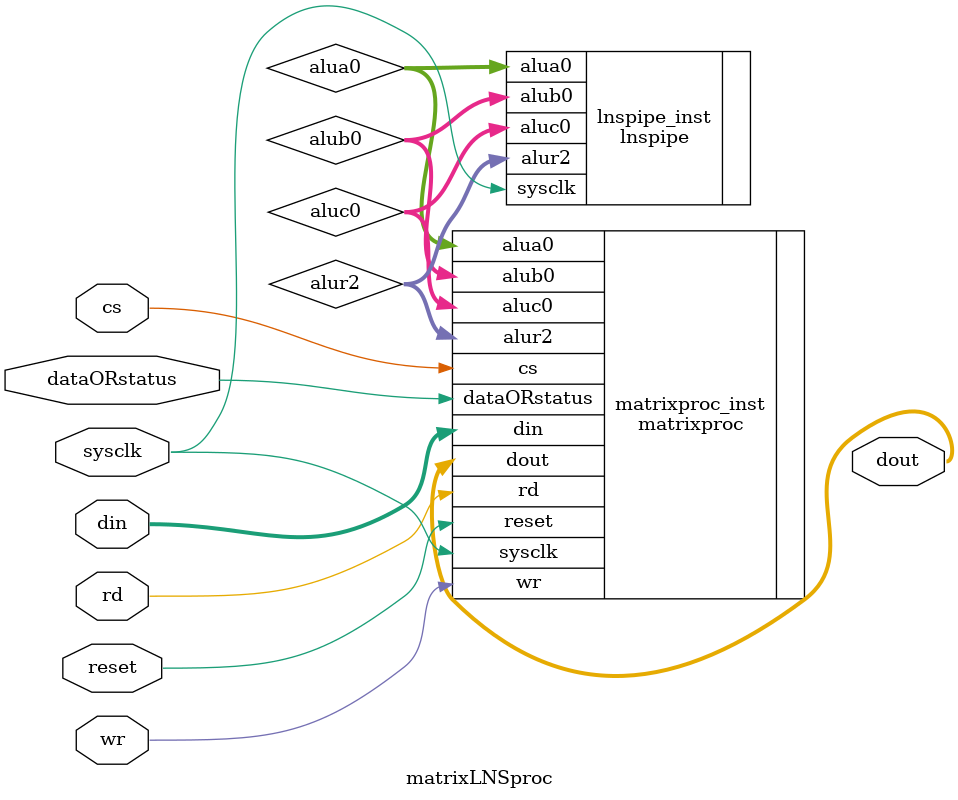
<source format=v>
`timescale 1ns/100ps

module matrixLNSproc(din,dout,cs,rd,wr, dataORstatus, sysclk, reset);
	input [15:0] din;
	output [15:0] dout;
	input cs,rd,wr,sysclk,reset;
  input dataORstatus;
  //wire [15:0] din;
  //wire [15:0] dout;

  wire [15:0] alua0, alub0, aluc0;
  wire [15:0] alur2;

  matrixproc matrixproc_inst(
  													.din(din),
  													.dout(dout),
  													.cs(cs),
  													.rd(rd),
  													.wr(wr),
  													.dataORstatus(dataORstatus),
  													.sysclk(sysclk),
  													.reset(reset),
  													.alua0(alua0),
  													.alub0(alub0),
  													.aluc0(aluc0),
  													.alur2(alur2)
  													);



  lnspipe lnspipe_inst(
  										.sysclk(sysclk),
  										.alua0(alua0),
  										.alub0(alub0),
  										.aluc0(aluc0),
  										.alur2(alur2)
  										);
endmodule
</source>
